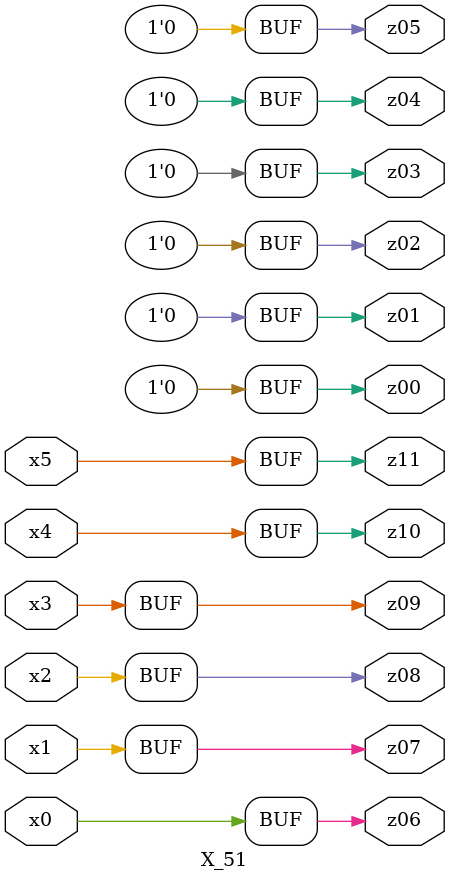
<source format=v>

module X_51 ( 
    x0, x1, x2, x3, x4, x5,
    z00, z01, z02, z03, z04, z05, z06, z07, z08, z09, z10, z11  );
  input  x0, x1, x2, x3, x4, x5;
  output z00, z01, z02, z03, z04, z05, z06, z07, z08, z09, z10, z11;
  assign z00 = 1'b0;
  assign z01 = 1'b0;
  assign z02 = 1'b0;
  assign z03 = 1'b0;
  assign z04 = 1'b0;
  assign z05 = 1'b0;
  assign z06 = x0;
  assign z07 = x1;
  assign z08 = x2;
  assign z09 = x3;
  assign z10 = x4;
  assign z11 = x5;
endmodule



</source>
